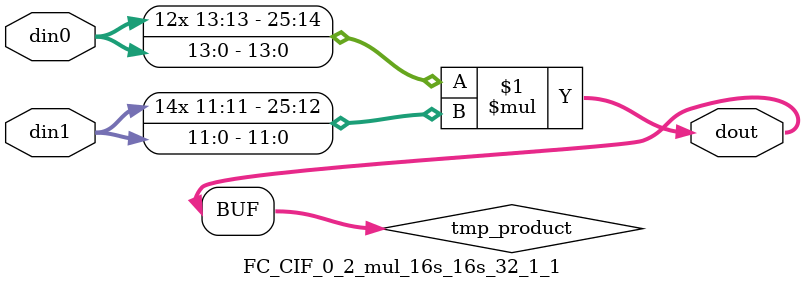
<source format=v>

`timescale 1 ns / 1 ps

  module FC_CIF_0_2_mul_16s_16s_32_1_1(din0, din1, dout);
parameter ID = 1;
parameter NUM_STAGE = 0;
parameter din0_WIDTH = 14;
parameter din1_WIDTH = 12;
parameter dout_WIDTH = 26;

input [din0_WIDTH - 1 : 0] din0; 
input [din1_WIDTH - 1 : 0] din1; 
output [dout_WIDTH - 1 : 0] dout;

wire signed [dout_WIDTH - 1 : 0] tmp_product;













assign tmp_product = $signed(din0) * $signed(din1);








assign dout = tmp_product;







endmodule

</source>
